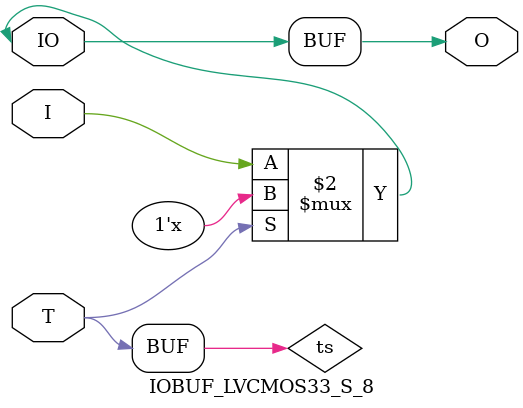
<source format=v>

/*

FUNCTION    : INPUT TRI-STATE OUTPUT BUFFER

*/

`celldefine
`timescale  100 ps / 10 ps

module IOBUF_LVCMOS33_S_8 (O, IO, I, T);

    output O;

    inout  IO;

    input  I, T;

    or O1 (ts, 1'b0, T);
    bufif0 T1 (IO, I, ts);

    buf B1 (O, IO);

endmodule

</source>
